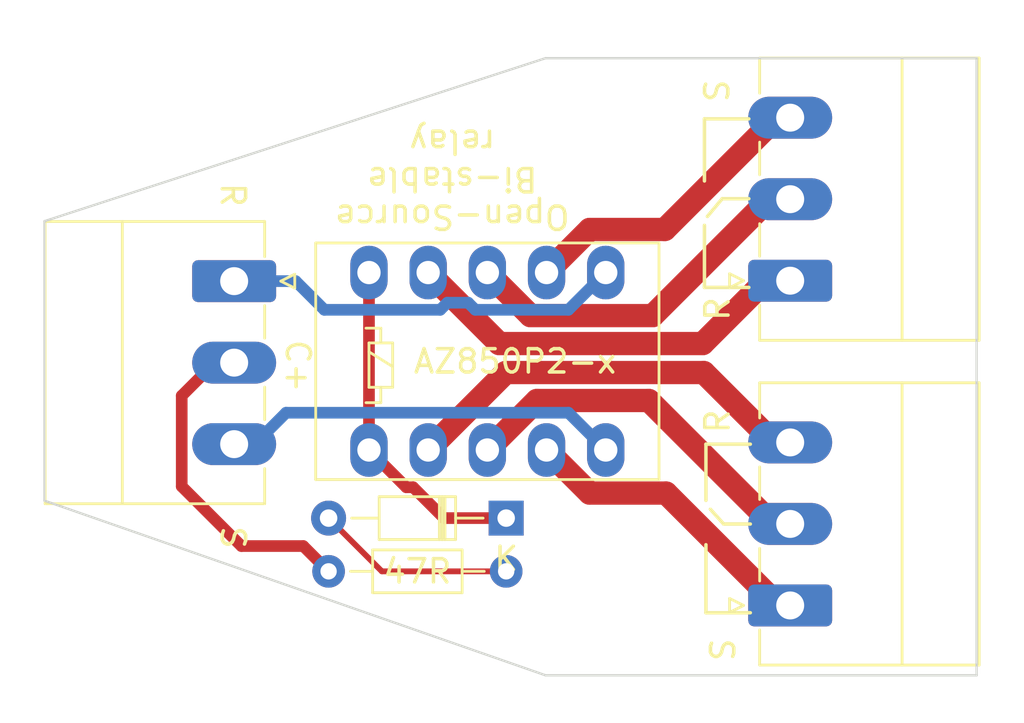
<source format=kicad_pcb>
(kicad_pcb (version 20240108) (generator "pcbnew") (generator_version "8.0")
  (layers (0 "F.Cu" signal) (31 "B.Cu" signal) (34 "B.Paste" user) (35 "F.Paste" user) (36 "B.SilkS" user "B.Silkscreen") (37 "F.SilkS" user "F.Silkscreen") (38 "B.Mask" user) (39 "F.Mask" user) (44 "Edge.Cuts" user))
  (net 0 "")
  (net 1 "Net-(D101-A)")
  (net 2 "Net-(D101-K)")
  (net 3 "Net-(J101-Pin_3)")
  (net 4 "Net-(J101-Pin_1)")
  (net 5 "Net-(J101-Pin_2)")
  (net 6 "Net-(J102-Pin_2)")
  (net 7 "Net-(J102-Pin_1)")
  (net 8 "Net-(J102-Pin_3)")
  (net 9 "Net-(J103-Pin_3)")
  (net 10 "Net-(J103-Pin_2)")
  (net 11 "Net-(J103-Pin_1)")
  (footprint "MountingHole:MountingHole_3.2mm_M3" (layer "F.Cu") (at 152 98.5)
    (property "Reference" "REF**" (hide yes))
    (property "Value" "MountingHole_3.2mm_M3")
    (pad "" np_thru_hole circle (at 0 0) (size 3.2 3.2) (drill 3.2) (layers "*.Cu" "*.Mask"))
  )
  (footprint "Connector_Phoenix_MC:PhoenixContact_MC_1,5_3-G-3.5_1x03_P3.50mm_Horizontal" (layer "F.Cu") (at 159 99 90)
    (property "Reference" "J102" (hide yes))
    (property "Value" "Screw_Terminal_01x03")
    (fp_line (start 0.3 -2.6) (end 0 -2) (stroke (width 0.12)) (layer "F.SilkS"))
    (fp_line (start -0.3 -2.6) (end 0.3 -2.6) (stroke (width 0.12)) (layer "F.SilkS"))
    (fp_line (start 0 -2) (end -0.3 -2.6) (stroke (width 0.12)) (layer "F.SilkS"))
    (fp_line (start 9.56 -1.31) (end 8.05 -1.31) (stroke (width 0.12)) (layer "F.SilkS"))
    (fp_line (start 4.55 -1.31) (end 5.95 -1.31) (stroke (width 0.12)) (layer "F.SilkS"))
    (fp_line (start 1.05 -1.31) (end 2.45 -1.31) (stroke (width 0.12)) (layer "F.SilkS"))
    (fp_line (start -2.56 -1.31) (end -1.05 -1.31) (stroke (width 0.12)) (layer "F.SilkS"))
    (fp_line (start -2.56 -1.31) (end -2.56 8.11) (stroke (width 0.12)) (layer "F.SilkS"))
    (fp_line (start -2.56 4.8) (end 9.56 4.8) (stroke (width 0.12)) (layer "F.SilkS"))
    (fp_line (start 9.56 8.11) (end 9.56 -1.31) (stroke (width 0.12)) (layer "F.SilkS"))
    (fp_line (start -2.56 8.11) (end 9.56 8.11) (stroke (width 0.12)) (layer "F.SilkS"))
    (pad "1" thru_hole roundrect (at 0 0 90) (size 1.8 3.6) (drill 1.2) (layers "*.Cu" "*.Mask") (roundrect_rratio 0.138889) (net 7 "Net-(J102-Pin_1)"))
    (pad "2" thru_hole oval (at 3.5 0 90) (size 1.8 3.6) (drill 1.2) (layers "*.Cu" "*.Mask") (net 6 "Net-(J102-Pin_2)"))
    (pad "3" thru_hole oval (at 7 0 90) (size 1.8 3.6) (drill 1.2) (layers "*.Cu" "*.Mask") (net 8 "Net-(J102-Pin_3)"))
  )
  (footprint "Resistor_THT:R_Axial_DIN0204_L3.6mm_D1.6mm_P7.62mm_Horizontal" (layer "F.Cu") (at 146.812 97.536 180)
    (property "Reference" "R101" (hide yes))
    (property "Value" "47R" (at 3.81 0 180) (layer "F.SilkS"))
    (fp_line (start 6.68 0) (end 5.73 0) (stroke (width 0.12)) (layer "F.SilkS"))
    (fp_line (start 5.73 0.92) (end 5.73 -0.92) (stroke (width 0.12)) (layer "F.SilkS"))
    (fp_line (start 5.73 -0.92) (end 1.89 -0.92) (stroke (width 0.12)) (layer "F.SilkS"))
    (fp_line (start 1.89 0.92) (end 5.73 0.92) (stroke (width 0.12)) (layer "F.SilkS"))
    (fp_line (start 1.89 -0.92) (end 1.89 0.92) (stroke (width 0.12)) (layer "F.SilkS"))
    (fp_line (start 0.94 0) (end 1.89 0) (stroke (width 0.12)) (layer "F.SilkS"))
    (pad "1" thru_hole circle (at 0 0 180) (size 1.4 1.4) (drill 0.7) (layers "*.Cu" "*.Mask") (net 1 "Net-(D101-A)"))
    (pad "2" thru_hole oval (at 7.62 0 180) (size 1.4 1.4) (drill 0.7) (layers "*.Cu" "*.Mask") (net 5 "Net-(J101-Pin_2)"))
  )
  (footprint "Diode_THT:D_DO-34_SOD68_P7.62mm_Horizontal" (layer "F.Cu") (at 146.812 95.25 180)
    (property "Reference" "D101" (hide yes))
    (property "Value" "D")
    (fp_line (start 6.63 0) (end 5.45 0) (stroke (width 0.12)) (layer "F.SilkS"))
    (fp_line (start 5.45 0.92) (end 5.45 -0.92) (stroke (width 0.12)) (layer "F.SilkS"))
    (fp_line (start 5.45 -0.92) (end 2.17 -0.92) (stroke (width 0.12)) (layer "F.SilkS"))
    (fp_line (start 2.866 -0.92) (end 2.866 0.92) (stroke (width 0.12)) (layer "F.SilkS"))
    (fp_line (start 2.746 -0.92) (end 2.746 0.92) (stroke (width 0.12)) (layer "F.SilkS"))
    (fp_line (start 2.626 -0.92) (end 2.626 0.92) (stroke (width 0.12)) (layer "F.SilkS"))
    (fp_line (start 2.17 0.92) (end 5.45 0.92) (stroke (width 0.12)) (layer "F.SilkS"))
    (fp_line (start 2.17 -0.92) (end 2.17 0.92) (stroke (width 0.12)) (layer "F.SilkS"))
    (fp_line (start 0.99 0) (end 2.17 0) (stroke (width 0.12)) (layer "F.SilkS"))
    (fp_text user "K" (at 0 -1.75 180) (layer "F.SilkS"))
    (pad "1" thru_hole rect (at 0 0 180) (size 1.5 1.5) (drill 0.75) (layers "*.Cu" "*.Mask") (net 2 "Net-(D101-K)"))
    (pad "2" thru_hole oval (at 7.62 0 180) (size 1.5 1.5) (drill 0.75) (layers "*.Cu" "*.Mask") (net 1 "Net-(D101-A)"))
  )
  (footprint "Connector_Phoenix_MC:PhoenixContact_MC_1,5_3-G-3.5_1x03_P3.50mm_Horizontal" (layer "F.Cu") (at 159 85.055 90)
    (property "Reference" "J103" (hide yes))
    (property "Value" "Screw_Terminal_01x03")
    (fp_line (start 0.3 -2.6) (end 0 -2) (stroke (width 0.12)) (layer "F.SilkS"))
    (fp_line (start -0.3 -2.6) (end 0.3 -2.6) (stroke (width 0.12)) (layer "F.SilkS"))
    (fp_line (start 0 -2) (end -0.3 -2.6) (stroke (width 0.12)) (layer "F.SilkS"))
    (fp_line (start 9.56 -1.31) (end 8.05 -1.31) (stroke (width 0.12)) (layer "F.SilkS"))
    (fp_line (start 4.55 -1.31) (end 5.95 -1.31) (stroke (width 0.12)) (layer "F.SilkS"))
    (fp_line (start 1.05 -1.31) (end 2.45 -1.31) (stroke (width 0.12)) (layer "F.SilkS"))
    (fp_line (start -2.56 -1.31) (end -1.05 -1.31) (stroke (width 0.12)) (layer "F.SilkS"))
    (fp_line (start -2.56 -1.31) (end -2.56 8.11) (stroke (width 0.12)) (layer "F.SilkS"))
    (fp_line (start -2.56 4.8) (end 9.56 4.8) (stroke (width 0.12)) (layer "F.SilkS"))
    (fp_line (start 9.56 8.11) (end 9.56 -1.31) (stroke (width 0.12)) (layer "F.SilkS"))
    (fp_line (start -2.56 8.11) (end 9.56 8.11) (stroke (width 0.12)) (layer "F.SilkS"))
    (pad "1" thru_hole roundrect (at 0 0 90) (size 1.8 3.6) (drill 1.2) (layers "*.Cu" "*.Mask") (roundrect_rratio 0.138889) (net 11 "Net-(J103-Pin_1)"))
    (pad "2" thru_hole oval (at 3.5 0 90) (size 1.8 3.6) (drill 1.2) (layers "*.Cu" "*.Mask") (net 10 "Net-(J103-Pin_2)"))
    (pad "3" thru_hole oval (at 7 0 90) (size 1.8 3.6) (drill 1.2) (layers "*.Cu" "*.Mask") (net 9 "Net-(J103-Pin_3)"))
  )
  (footprint "Connector_Phoenix_MC:PhoenixContact_MC_1,5_3-G-3.5_1x03_P3.50mm_Horizontal" (layer "F.Cu") (at 135.1395 85.074 -90)
    (property "Reference" "J101" (hide yes))
    (property "Value" "Screw_Terminal_01x03")
    (fp_line (start -2.56 8.11) (end 9.56 8.11) (stroke (width 0.12)) (layer "F.SilkS"))
    (fp_line (start 9.56 8.11) (end 9.56 -1.31) (stroke (width 0.12)) (layer "F.SilkS"))
    (fp_line (start -2.56 4.8) (end 9.56 4.8) (stroke (width 0.12)) (layer "F.SilkS"))
    (fp_line (start -2.56 -1.31) (end -2.56 8.11) (stroke (width 0.12)) (layer "F.SilkS"))
    (fp_line (start -2.56 -1.31) (end -1.05 -1.31) (stroke (width 0.12)) (layer "F.SilkS"))
    (fp_line (start 1.05 -1.31) (end 2.45 -1.31) (stroke (width 0.12)) (layer "F.SilkS"))
    (fp_line (start 4.55 -1.31) (end 5.95 -1.31) (stroke (width 0.12)) (layer "F.SilkS"))
    (fp_line (start 9.56 -1.31) (end 8.05 -1.31) (stroke (width 0.12)) (layer "F.SilkS"))
    (fp_line (start 0 -2) (end -0.3 -2.6) (stroke (width 0.12)) (layer "F.SilkS"))
    (fp_line (start -0.3 -2.6) (end 0.3 -2.6) (stroke (width 0.12)) (layer "F.SilkS"))
    (fp_line (start 0.3 -2.6) (end 0 -2) (stroke (width 0.12)) (layer "F.SilkS"))
    (pad "1" thru_hole roundrect (at 0 0 270) (size 1.8 3.6) (drill 1.2) (layers "*.Cu" "*.Mask") (roundrect_rratio 0.138889) (net 4 "Net-(J101-Pin_1)"))
    (pad "2" thru_hole oval (at 3.5 0 270) (size 1.8 3.6) (drill 1.2) (layers "*.Cu" "*.Mask") (net 5 "Net-(J101-Pin_2)"))
    (pad "3" thru_hole oval (at 7 0 270) (size 1.8 3.6) (drill 1.2) (layers "*.Cu" "*.Mask") (net 3 "Net-(J101-Pin_3)"))
  )
  (footprint "Relay_THT:Relay_DPDT_FRT5" (layer "F.Cu") (at 140.925 92.325 90)
    (property "Reference" "K101" (hide yes))
    (property "Value" "AZ850P2-x" (at 3.806 6.268 0) (layer "F.SilkS"))
    (fp_line (start 8.89 -2.286) (end 8.89 12.446) (stroke (width 0.12)) (layer "F.SilkS"))
    (fp_line (start -1.27 -2.286) (end 8.89 -2.286) (stroke (width 0.12)) (layer "F.SilkS"))
    (fp_line (start 5.232 -0.127) (end 5.232 0.508) (stroke (width 0.12)) (layer "F.SilkS"))
    (fp_line (start 2.032 -0.127) (end 2.032 0.508) (stroke (width 0.12)) (layer "F.SilkS"))
    (fp_line (start 4.597 0) (end 2.692 0) (stroke (width 0.12)) (layer "F.SilkS"))
    (fp_line (start 4.597 0) (end 4.597 1.016) (stroke (width 0.12)) (layer "F.SilkS"))
    (fp_line (start 4.216 0) (end 3.581 1.016) (stroke (width 0.12)) (layer "F.SilkS"))
    (fp_line (start 2.692 0) (end 2.692 1.016) (stroke (width 0.12)) (layer "F.SilkS"))
    (fp_line (start 5.232 0.508) (end 4.597 0.508) (stroke (width 0.12)) (layer "F.SilkS"))
    (fp_line (start 2.032 0.508) (end 2.692 0.508) (stroke (width 0.12)) (layer "F.SilkS"))
    (fp_line (start 2.692 1.016) (end 4.597 1.016) (stroke (width 0.12)) (layer "F.SilkS"))
    (fp_line (start 8.89 12.446) (end -1.27 12.446) (stroke (width 0.12)) (layer "F.SilkS"))
    (fp_line (start -1.27 12.446) (end -1.27 -2.286) (stroke (width 0.12)) (layer "F.SilkS"))
    (pad "1" thru_hole oval (at 0 0 90) (size 2.3 1.6) (drill 1) (layers "*.Cu" "*.Mask") (net 2 "Net-(D101-K)"))
    (pad "2" thru_hole oval (at 0 2.54 90) (size 2.3 1.6) (drill 1) (layers "*.Cu" "*.Mask") (net 8 "Net-(J102-Pin_3)"))
    (pad "3" thru_hole oval (at 0 5.08 90) (size 2.3 1.6) (drill 1) (layers "*.Cu" "*.Mask") (net 6 "Net-(J102-Pin_2)"))
    (pad "4" thru_hole oval (at 0 7.62 90) (size 2.3 1.6) (drill 1) (layers "*.Cu" "*.Mask") (net 7 "Net-(J102-Pin_1)"))
    (pad "5" thru_hole oval (at 0 10.16 90) (size 2.3 1.6) (drill 1) (layers "*.Cu" "*.Mask") (net 3 "Net-(J101-Pin_3)"))
    (pad "6" thru_hole oval (at 7.62 10.16 90) (size 2.3 1.6) (drill 1) (layers "*.Cu" "*.Mask") (net 4 "Net-(J101-Pin_1)"))
    (pad "7" thru_hole oval (at 7.62 7.62 90) (size 2.3 1.6) (drill 1) (layers "*.Cu" "*.Mask") (net 9 "Net-(J103-Pin_3)"))
    (pad "8" thru_hole oval (at 7.62 5.08 90) (size 2.3 1.6) (drill 1) (layers "*.Cu" "*.Mask") (net 10 "Net-(J103-Pin_2)"))
    (pad "9" thru_hole oval (at 7.62 2.54 90) (size 2.3 1.6) (drill 1) (layers "*.Cu" "*.Mask") (net 11 "Net-(J103-Pin_1)"))
    (pad "10" thru_hole oval (at 7.62 0 90) (size 2.3 1.6) (drill 1) (layers "*.Cu" "*.Mask") (net 2 "Net-(D101-K)"))
  )
  (footprint "MountingHole:MountingHole_3.2mm_M3" (layer "F.Cu") (at 152 79)
    (property "Reference" "REF**" (hide yes))
    (property "Value" "MountingHole_3.2mm_M3")
    (pad "" np_thru_hole circle (at 0 0) (size 3.2 3.2) (drill 3.2) (layers "F&B.Cu" "*.Mask"))
  )
  (gr_line (start 155.321 85.344) (end 155.321 82.677) (stroke (width 0.15)) (layer "F.SilkS"))
  (gr_line (start 155.3845 94.488) (end 155.3845 92.075) (stroke (width 0.15)) (layer "F.SilkS"))
  (gr_line (start 157.226 85.344) (end 155.321 85.344) (stroke (width 0.15)) (layer "F.SilkS"))
  (gr_line (start 156.1465 95.504) (end 155.575 94.869) (stroke (width 0.15)) (layer "F.SilkS"))
  (gr_line (start 155.3845 99.314) (end 155.3845 96.393) (stroke (width 0.15)) (layer "F.SilkS"))
  (gr_line (start 157.2895 99.314) (end 155.3845 99.314) (stroke (width 0.15)) (layer "F.SilkS"))
  (gr_line (start 155.321 80.772) (end 155.321 78.105) (stroke (width 0.15)) (layer "F.SilkS"))
  (gr_line (start 157.2895 95.504) (end 156.1465 95.504) (stroke (width 0.15)) (layer "F.SilkS"))
  (gr_line (start 156.083 81.534) (end 155.448 82.296) (stroke (width 0.15)) (layer "F.SilkS"))
  (gr_line (start 157.226 81.534) (end 156.083 81.534) (stroke (width 0.15)) (layer "F.SilkS"))
  (gr_line (start 155.321 78.105) (end 157.226 78.105) (stroke (width 0.15)) (layer "F.SilkS"))
  (gr_line (start 155.3845 92.075) (end 157.2895 92.075) (stroke (width 0.15)) (layer "F.SilkS"))
  (gr_line (start 167 75.5) (end 167 102) (stroke (width 0.1)) (layer "Edge.Cuts"))
  (gr_line (start 167 102) (end 148.5 102) (stroke (width 0.1)) (layer "Edge.Cuts"))
  (gr_line (start 127 94.5) (end 127 82.5) (stroke (width 0.1)) (layer "Edge.Cuts"))
  (gr_line (start 127 82.5) (end 148.5 75.5) (stroke (width 0.1)) (layer "Edge.Cuts"))
  (gr_line (start 148.5 75.5) (end 167 75.5) (stroke (width 0.1)) (layer "Edge.Cuts"))
  (gr_line (start 127 94.5) (end 148.5 102) (stroke (width 0.1)) (layer "Edge.Cuts"))
  (gr_text "Open-Source\nBi-stable\nrelay" (at 144.5 78.5 180) (layer "F.SilkS") (effects (font (size 1 1)) (justify bottom)))
  (gr_text "S" (at 155.448 100.33 -90) (layer "F.SilkS") (effects (font (size 1 1)) (justify left bottom)))
  (gr_text "C+" (at 137.287 87.503 270) (layer "F.SilkS") (effects (font (size 1 1)) (justify left bottom)))
  (gr_text "S" (at 155.194 76.327 -90) (layer "F.SilkS") (effects (font (size 1 1)) (justify left bottom)))
  (gr_text "S" (at 134.5 95.504 -90) (layer "F.SilkS") (effects (font (size 1 1)) (justify left bottom)))
  (gr_text "R" (at 134.5 80.772 270) (layer "F.SilkS") (effects (font (size 1 1)) (justify left bottom)))
  (gr_text "R" (at 156.464 91.694 90) (layer "F.SilkS") (effects (font (size 1 1)) (justify left bottom)))
  (gr_text "R" (at 156.464 86.868 90) (layer "F.SilkS") (effects (font (size 1 1)) (justify left bottom)))
  (segment (start 139.192 95.25) (end 141.478 97.536) (width 0.25) (layer "F.Cu") (net 1))
  (segment (start 141.478 97.536) (end 146.812 97.536) (width 0.25) (layer "F.Cu") (net 1))
  (segment (start 144.145 95.25) (end 146.812 95.25) (width 0.5) (layer "F.Cu") (net 2))
  (segment (start 140.925 92.325) (end 140.925 84.705) (width 0.5) (layer "F.Cu") (net 2))
  (segment (start 142.525 93.925) (end 142.82 93.925) (width 0.5) (layer "F.Cu") (net 2))
  (segment (start 140.925 92.425) (end 140.925 92.325) (width 0.5) (layer "F.Cu") (net 2))
  (segment (start 142.82 93.925) (end 144.145 95.25) (width 0.5) (layer "F.Cu") (net 2))
  (segment (start 140.925 92.325) (end 142.525 93.925) (width 0.5) (layer "F.Cu") (net 2))
  (segment (start 136.018 92.074) (end 137.367 90.725) (width 0.5) (layer "B.Cu") (net 3))
  (segment (start 137.367 90.725) (end 149.485 90.725) (width 0.5) (layer "B.Cu") (net 3))
  (segment (start 149.485 90.725) (end 151.085 92.325) (width 0.5) (layer "B.Cu") (net 3))
  (segment (start 135.1395 92.074) (end 136.018 92.074) (width 0.5) (layer "B.Cu") (net 3))
  (segment (start 144.287767 86) (end 143.982767 86.305) (width 0.5) (layer "B.Cu") (net 4))
  (segment (start 145.487233 86.305) (end 145.182233 86) (width 0.5) (layer "B.Cu") (net 4))
  (segment (start 143.982767 86.305) (end 139.01 86.305) (width 0.5) (layer "B.Cu") (net 4))
  (segment (start 145.182233 86) (end 144.287767 86) (width 0.5) (layer "B.Cu") (net 4))
  (segment (start 151.085 84.705) (end 149.485 86.305) (width 0.5) (layer "B.Cu") (net 4))
  (segment (start 137.779 85.074) (end 135.1395 85.074) (width 0.5) (layer "B.Cu") (net 4))
  (segment (start 149.485 86.305) (end 145.487233 86.305) (width 0.5) (layer "B.Cu") (net 4))
  (segment (start 139.01 86.305) (end 137.779 85.074) (width 0.5) (layer "B.Cu") (net 4))
  (segment (start 138.106 96.45) (end 135.45 96.45) (width 0.5) (layer "F.Cu") (net 5))
  (segment (start 135.45 96.45) (end 132.8895 93.8895) (width 0.5) (layer "F.Cu") (net 5))
  (segment (start 132.8895 93.8895) (end 132.8895 89.9955) (width 0.5) (layer "F.Cu") (net 5))
  (segment (start 134.311 88.574) (end 135.1395 88.574) (width 0.5) (layer "F.Cu") (net 5))
  (segment (start 132.8895 89.9955) (end 134.311 88.574) (width 0.5) (layer "F.Cu") (net 5))
  (segment (start 139.192 97.536) (end 138.106 96.45) (width 0.5) (layer "F.Cu") (net 5))
  (segment (start 158.238 95.5) (end 159 95.5) (width 1) (layer "F.Cu") (net 6))
  (segment (start 148.13 90.2) (end 152.938 90.2) (width 1) (layer "F.Cu") (net 6))
  (segment (start 146.005 92.325) (end 148.13 90.2) (width 1) (layer "F.Cu") (net 6))
  (segment (start 152.938 90.2) (end 158.238 95.5) (width 1) (layer "F.Cu") (net 6))
  (segment (start 148.545 92.325) (end 150.395 94.175) (width 1) (layer "F.Cu") (net 7))
  (segment (start 153.675 94.175) (end 158.5 99) (width 1) (layer "F.Cu") (net 7))
  (segment (start 158.5 99) (end 159 99) (width 1) (layer "F.Cu") (net 7))
  (segment (start 150.395 94.175) (end 153.675 94.175) (width 1) (layer "F.Cu") (net 7))
  (segment (start 159 92) (end 158.294 92) (width 1) (layer "F.Cu") (net 8))
  (segment (start 158.294 92) (end 155.294 89) (width 1) (layer "F.Cu") (net 8))
  (segment (start 146.79 89) (end 143.465 92.325) (width 1) (layer "F.Cu") (net 8))
  (segment (start 155.294 89) (end 146.79 89) (width 1) (layer "F.Cu") (net 8))
  (segment (start 148.545 84.705) (end 150.395 82.855) (width 1) (layer "F.Cu") (net 9))
  (segment (start 150.395 82.855) (end 153.619 82.855) (width 1) (layer "F.Cu") (net 9))
  (segment (start 153.619 82.855) (end 158.419 78.055) (width 1) (layer "F.Cu") (net 9))
  (segment (start 158.419 78.055) (end 159 78.055) (width 1) (layer "F.Cu") (net 9))
  (segment (start 159 81.555) (end 158.1 81.555) (width 1) (layer "F.Cu") (net 10))
  (segment (start 153.1 86.555) (end 147.855 86.555) (width 1) (layer "F.Cu") (net 10))
  (segment (start 147.855 86.555) (end 146.005 84.705) (width 1) (layer "F.Cu") (net 10))
  (segment (start 158.1 81.555) (end 153.1 86.555) (width 1) (layer "F.Cu") (net 10))
  (segment (start 155.245 87.755) (end 157.945 85.055) (width 1) (layer "F.Cu") (net 11))
  (segment (start 146.515 87.755) (end 155.245 87.755) (width 1) (layer "F.Cu") (net 11))
  (segment (start 157.945 85.055) (end 159 85.055) (width 1) (layer "F.Cu") (net 11))
  (segment (start 143.465 84.705) (end 146.515 87.755) (width 1) (layer "F.Cu") (net 11))
)
</source>
